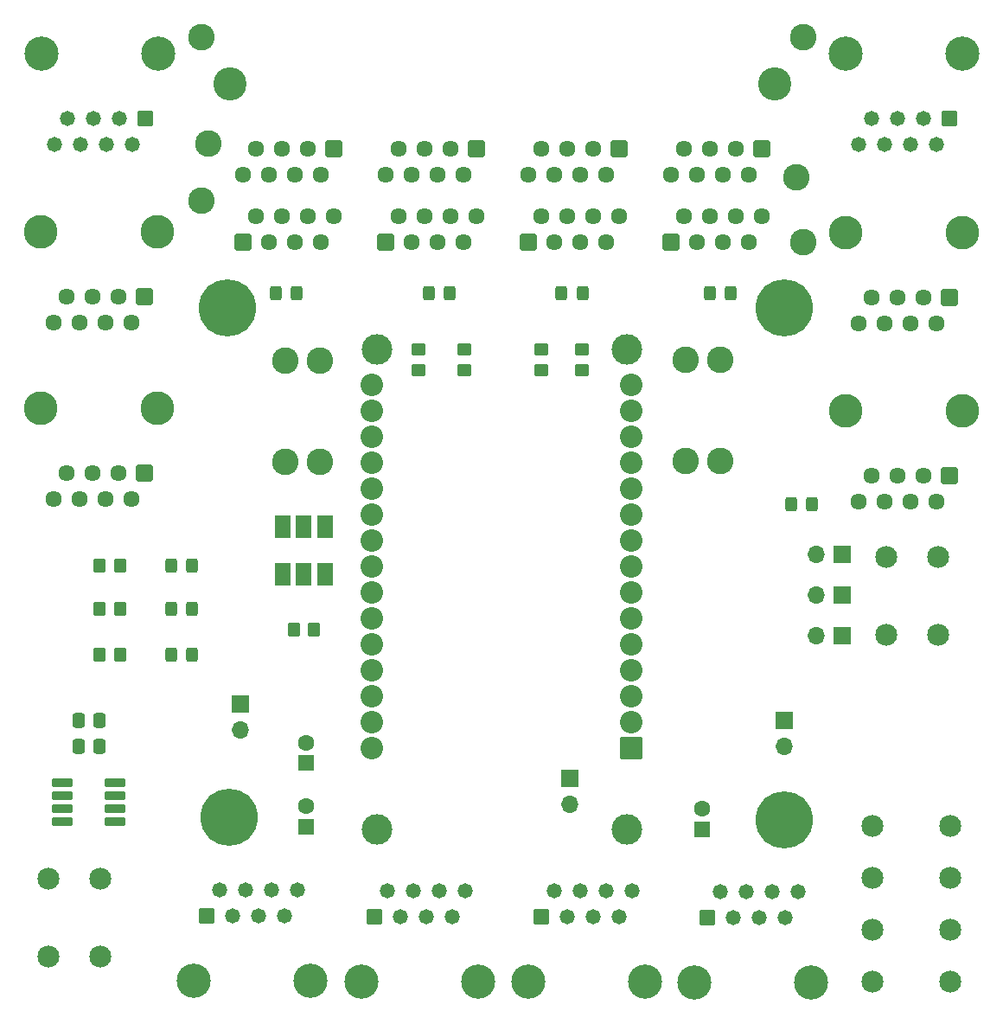
<source format=gts>
%TF.GenerationSoftware,KiCad,Pcbnew,8.0.1-8.0.1-1~ubuntu22.04.1*%
%TF.CreationDate,2024-04-16T20:31:25-04:00*%
%TF.ProjectId,pdb,7064622e-6b69-4636-9164-5f7063625858,rev?*%
%TF.SameCoordinates,Original*%
%TF.FileFunction,Soldermask,Top*%
%TF.FilePolarity,Negative*%
%FSLAX46Y46*%
G04 Gerber Fmt 4.6, Leading zero omitted, Abs format (unit mm)*
G04 Created by KiCad (PCBNEW 8.0.1-8.0.1-1~ubuntu22.04.1) date 2024-04-16 20:31:25*
%MOMM*%
%LPD*%
G01*
G04 APERTURE LIST*
G04 Aperture macros list*
%AMRoundRect*
0 Rectangle with rounded corners*
0 $1 Rounding radius*
0 $2 $3 $4 $5 $6 $7 $8 $9 X,Y pos of 4 corners*
0 Add a 4 corners polygon primitive as box body*
4,1,4,$2,$3,$4,$5,$6,$7,$8,$9,$2,$3,0*
0 Add four circle primitives for the rounded corners*
1,1,$1+$1,$2,$3*
1,1,$1+$1,$4,$5*
1,1,$1+$1,$6,$7*
1,1,$1+$1,$8,$9*
0 Add four rect primitives between the rounded corners*
20,1,$1+$1,$2,$3,$4,$5,0*
20,1,$1+$1,$4,$5,$6,$7,0*
20,1,$1+$1,$6,$7,$8,$9,0*
20,1,$1+$1,$8,$9,$2,$3,0*%
G04 Aperture macros list end*
%ADD10C,3.350000*%
%ADD11RoundRect,0.102000X0.634000X0.634000X-0.634000X0.634000X-0.634000X-0.634000X0.634000X-0.634000X0*%
%ADD12C,1.472000*%
%ADD13C,2.604000*%
%ADD14RoundRect,0.250000X0.325000X0.450000X-0.325000X0.450000X-0.325000X-0.450000X0.325000X-0.450000X0*%
%ADD15RoundRect,0.250000X0.350000X0.450000X-0.350000X0.450000X-0.350000X-0.450000X0.350000X-0.450000X0*%
%ADD16C,3.250000*%
%ADD17RoundRect,0.102000X0.704000X0.704000X-0.704000X0.704000X-0.704000X-0.704000X0.704000X-0.704000X0*%
%ADD18C,1.612000*%
%ADD19R,1.549400X2.260600*%
%ADD20C,3.300000*%
%ADD21R,1.700000X1.700000*%
%ADD22O,1.700000X1.700000*%
%ADD23C,3.600000*%
%ADD24C,5.600000*%
%ADD25C,2.154000*%
%ADD26RoundRect,0.102000X-0.634000X-0.634000X0.634000X-0.634000X0.634000X0.634000X-0.634000X0.634000X0*%
%ADD27R,1.600000X1.600000*%
%ADD28C,1.600000*%
%ADD29RoundRect,0.250000X0.450000X-0.350000X0.450000X0.350000X-0.450000X0.350000X-0.450000X-0.350000X0*%
%ADD30RoundRect,0.055580X-0.921420X-0.341420X0.921420X-0.341420X0.921420X0.341420X-0.921420X0.341420X0*%
%ADD31RoundRect,0.250000X-0.350000X-0.450000X0.350000X-0.450000X0.350000X0.450000X-0.350000X0.450000X0*%
%ADD32C,3.000000*%
%ADD33RoundRect,0.102000X1.000000X1.000000X-1.000000X1.000000X-1.000000X-1.000000X1.000000X-1.000000X0*%
%ADD34C,2.204000*%
%ADD35RoundRect,0.250000X-0.337500X-0.475000X0.337500X-0.475000X0.337500X0.475000X-0.337500X0.475000X0*%
%ADD36RoundRect,0.250000X-0.450000X0.350000X-0.450000X-0.350000X0.450000X-0.350000X0.450000X0.350000X0*%
G04 APERTURE END LIST*
D10*
%TO.C,E_24V_POE_IN_2*%
X114232000Y-23980000D03*
X102800000Y-23980000D03*
D11*
X112961000Y-30330000D03*
D12*
X111691000Y-32870000D03*
X110421000Y-30330000D03*
X109151000Y-32870000D03*
X107881000Y-30330000D03*
X106611000Y-32870000D03*
X105341000Y-30330000D03*
X104071000Y-32870000D03*
%TD*%
D13*
%TO.C,F2*%
X51300000Y-54040000D03*
X47900000Y-54040000D03*
X51300000Y-63960000D03*
X47900000Y-63960000D03*
%TD*%
D14*
%TO.C,D5*%
X91525000Y-47500000D03*
X89475000Y-47500000D03*
%TD*%
D15*
%TO.C,R27*%
X31750000Y-74120000D03*
X29750000Y-74120000D03*
%TD*%
D16*
%TO.C,U10*%
X95870000Y-27000000D03*
X42530000Y-27000000D03*
D17*
X94600000Y-33350000D03*
X85710000Y-42460000D03*
D18*
X93330000Y-35890000D03*
X86980000Y-39920000D03*
X92060000Y-33350000D03*
X88250000Y-42460000D03*
X90790000Y-35890000D03*
X89520000Y-39920000D03*
X89520000Y-33350000D03*
X90790000Y-42460000D03*
X88250000Y-35890000D03*
X92060000Y-39920000D03*
X86980000Y-33350000D03*
X93330000Y-42460000D03*
X85710000Y-35890000D03*
X94600000Y-39920000D03*
D17*
X80630000Y-33350000D03*
X71740000Y-42460000D03*
D18*
X79360000Y-35890000D03*
X73010000Y-39920000D03*
X78090000Y-33350000D03*
X74280000Y-42460000D03*
X76820000Y-35890000D03*
X75550000Y-39920000D03*
X75550000Y-33350000D03*
X76820000Y-42460000D03*
X74280000Y-35890000D03*
X78090000Y-39920000D03*
X73010000Y-33350000D03*
X79360000Y-42460000D03*
X71740000Y-35890000D03*
X80630000Y-39920000D03*
D17*
X66660000Y-33350000D03*
X57770000Y-42460000D03*
D18*
X65390000Y-35890000D03*
X59040000Y-39920000D03*
X64120000Y-33350000D03*
X60310000Y-42460000D03*
X62850000Y-35890000D03*
X61580000Y-39920000D03*
X61580000Y-33350000D03*
X62850000Y-42460000D03*
X60310000Y-35890000D03*
X64120000Y-39920000D03*
X59040000Y-33350000D03*
X65390000Y-42460000D03*
X57770000Y-35890000D03*
X66660000Y-39920000D03*
D17*
X52690000Y-33350000D03*
X43800000Y-42460000D03*
D18*
X51420000Y-35890000D03*
X45070000Y-39920000D03*
X50150000Y-33350000D03*
X46340000Y-42460000D03*
X48880000Y-35890000D03*
X47610000Y-39920000D03*
X47610000Y-33350000D03*
X48880000Y-42460000D03*
X46340000Y-35890000D03*
X50150000Y-39920000D03*
X45070000Y-33350000D03*
X51420000Y-42460000D03*
X43800000Y-35890000D03*
X52690000Y-39920000D03*
D13*
X98660000Y-42460000D03*
X98660000Y-22430000D03*
X97995000Y-36150000D03*
X40405000Y-32850000D03*
X39740000Y-38400000D03*
X39740000Y-22430000D03*
%TD*%
D14*
%TO.C,D7*%
X64025000Y-47500000D03*
X61975000Y-47500000D03*
%TD*%
D19*
%TO.C,D4*%
X47650002Y-74944100D03*
X49750000Y-74944100D03*
X51850001Y-74944100D03*
X51849998Y-70295900D03*
X49750000Y-70295900D03*
X47649999Y-70295900D03*
%TD*%
D20*
%TO.C,E_12V_1*%
X114215000Y-59000000D03*
X102785000Y-59000000D03*
D17*
X112945000Y-65350000D03*
D18*
X111675000Y-67890000D03*
X110405000Y-65350000D03*
X109135000Y-67890000D03*
X107865000Y-65350000D03*
X106595000Y-67890000D03*
X105325000Y-65350000D03*
X104055000Y-67890000D03*
%TD*%
D21*
%TO.C,JP2*%
X102460000Y-77000000D03*
D22*
X99920000Y-77000000D03*
%TD*%
D23*
%TO.C,H1*%
X42300000Y-48900000D03*
D24*
X42300000Y-48900000D03*
%TD*%
D20*
%TO.C,E_24V_POE_OUT_1*%
X35427500Y-41430000D03*
X23997500Y-41430000D03*
D17*
X34157500Y-47780000D03*
D18*
X32887500Y-50320000D03*
X31617500Y-47780000D03*
X30347500Y-50320000D03*
X29077500Y-47780000D03*
X27807500Y-50320000D03*
X26537500Y-47780000D03*
X25267500Y-50320000D03*
%TD*%
D15*
%TO.C,R26*%
X31750000Y-78370000D03*
X29750000Y-78370000D03*
%TD*%
D25*
%TO.C,J3*%
X24712500Y-104767500D03*
X24712500Y-112387500D03*
X29792500Y-104767500D03*
X29792500Y-112387500D03*
%TD*%
D10*
%TO.C,E_5V_2*%
X88009000Y-114950000D03*
X99441000Y-114950000D03*
D26*
X89280000Y-108600000D03*
D12*
X90550000Y-106060000D03*
X91820000Y-108600000D03*
X93090000Y-106060000D03*
X94360000Y-108600000D03*
X95630000Y-106060000D03*
X96900000Y-108600000D03*
X98170000Y-106060000D03*
%TD*%
D27*
%TO.C,C7*%
X88750000Y-99960000D03*
D28*
X88750000Y-97960000D03*
%TD*%
D10*
%TO.C,E_12V_2*%
X35500000Y-24000000D03*
X24068000Y-24000000D03*
D11*
X34229000Y-30350000D03*
D12*
X32959000Y-32890000D03*
X31689000Y-30350000D03*
X30419000Y-32890000D03*
X29149000Y-30350000D03*
X27879000Y-32890000D03*
X26609000Y-30350000D03*
X25339000Y-32890000D03*
%TD*%
D29*
%TO.C,R16*%
X77000000Y-55000000D03*
X77000000Y-53000000D03*
%TD*%
D27*
%TO.C,C8*%
X50000000Y-93460000D03*
D28*
X50000000Y-91460000D03*
%TD*%
D14*
%TO.C,D2*%
X38775000Y-78370000D03*
X36725000Y-78370000D03*
%TD*%
%TO.C,D6*%
X77025000Y-47500000D03*
X74975000Y-47500000D03*
%TD*%
%TO.C,D8*%
X49025000Y-47500000D03*
X46975000Y-47500000D03*
%TD*%
%TO.C,D10*%
X99525000Y-68120000D03*
X97475000Y-68120000D03*
%TD*%
D21*
%TO.C,JP6*%
X43500000Y-87725000D03*
D22*
X43500000Y-90265000D03*
%TD*%
D30*
%TO.C,U3*%
X26120000Y-95430000D03*
X26120000Y-96700000D03*
X26120000Y-97970000D03*
X26120000Y-99240000D03*
X31290000Y-99240000D03*
X31290000Y-97970000D03*
X31290000Y-96700000D03*
X31290000Y-95430000D03*
%TD*%
D31*
%TO.C,R28*%
X48750000Y-80370000D03*
X50750000Y-80370000D03*
%TD*%
D21*
%TO.C,JP1*%
X102460000Y-81000000D03*
D22*
X99920000Y-81000000D03*
%TD*%
D21*
%TO.C,JP3*%
X102500000Y-73000000D03*
D22*
X99960000Y-73000000D03*
%TD*%
D25*
%TO.C,J1*%
X105417500Y-114837500D03*
X113037500Y-114837500D03*
X105417500Y-109757500D03*
X113037500Y-109757500D03*
X105417500Y-104677500D03*
X113037500Y-104677500D03*
X105417500Y-99597500D03*
X113037500Y-99597500D03*
%TD*%
D32*
%TO.C,U2*%
X81380000Y-99960000D03*
X81380000Y-53010000D03*
X56870000Y-99960000D03*
X56870000Y-53010000D03*
D33*
X81800000Y-92000000D03*
D34*
X81800000Y-89460000D03*
X56400000Y-89460000D03*
X81800000Y-86920000D03*
X81800000Y-84380000D03*
X81800000Y-81840000D03*
X81800000Y-79300000D03*
X81800000Y-76760000D03*
X81800000Y-74220000D03*
X81800000Y-71680000D03*
X81800000Y-69140000D03*
X81800000Y-66600000D03*
X81800000Y-64060000D03*
X81800000Y-61520000D03*
X81800000Y-58980000D03*
X81800000Y-56440000D03*
X56400000Y-56440000D03*
X56400000Y-58980000D03*
X56400000Y-61520000D03*
X56400000Y-64060000D03*
X56400000Y-66600000D03*
X56400000Y-69140000D03*
X56400000Y-71680000D03*
X56400000Y-74220000D03*
X56400000Y-76760000D03*
X56400000Y-79300000D03*
X56400000Y-81840000D03*
X56400000Y-84380000D03*
X56400000Y-86920000D03*
X56400000Y-92000000D03*
%TD*%
D10*
%TO.C,E_5V_4*%
X55388000Y-114850000D03*
X66820000Y-114850000D03*
D26*
X56659000Y-108500000D03*
D12*
X57929000Y-105960000D03*
X59199000Y-108500000D03*
X60469000Y-105960000D03*
X61739000Y-108500000D03*
X63009000Y-105960000D03*
X64279000Y-108500000D03*
X65549000Y-105960000D03*
%TD*%
D35*
%TO.C,C6*%
X27667500Y-91835000D03*
X29742500Y-91835000D03*
%TD*%
D36*
%TO.C,R19*%
X61000000Y-53000000D03*
X61000000Y-55000000D03*
%TD*%
%TO.C,R17*%
X73000000Y-53000000D03*
X73000000Y-55000000D03*
%TD*%
D10*
%TO.C,E_5V_3*%
X71709000Y-114850000D03*
X83141000Y-114850000D03*
D26*
X72980000Y-108500000D03*
D12*
X74250000Y-105960000D03*
X75520000Y-108500000D03*
X76790000Y-105960000D03*
X78060000Y-108500000D03*
X79330000Y-105960000D03*
X80600000Y-108500000D03*
X81870000Y-105960000D03*
%TD*%
D23*
%TO.C,H4*%
X42400000Y-98800000D03*
D24*
X42400000Y-98800000D03*
%TD*%
D20*
%TO.C,E_24V_POE_IN_1*%
X35415000Y-58700000D03*
X23985000Y-58700000D03*
D17*
X34145000Y-65050000D03*
D18*
X32875000Y-67590000D03*
X31605000Y-65050000D03*
X30335000Y-67590000D03*
X29065000Y-65050000D03*
X27795000Y-67590000D03*
X26525000Y-65050000D03*
X25255000Y-67590000D03*
%TD*%
D35*
%TO.C,C5*%
X27667500Y-89335000D03*
X29742500Y-89335000D03*
%TD*%
D15*
%TO.C,R7*%
X31750000Y-82870000D03*
X29750000Y-82870000D03*
%TD*%
D27*
%TO.C,C9*%
X50000000Y-99710000D03*
D28*
X50000000Y-97710000D03*
%TD*%
D23*
%TO.C,H3*%
X96800000Y-99000000D03*
D24*
X96800000Y-99000000D03*
%TD*%
D14*
%TO.C,D3*%
X38775000Y-74120000D03*
X36725000Y-74120000D03*
%TD*%
D21*
%TO.C,JP4*%
X96830000Y-89290000D03*
D22*
X96830000Y-91830000D03*
%TD*%
D25*
%TO.C,J2*%
X106762500Y-73317500D03*
X106762500Y-80937500D03*
X111842500Y-73317500D03*
X111842500Y-80937500D03*
%TD*%
D10*
%TO.C,E_5V_1*%
X38978000Y-114800000D03*
X50410000Y-114800000D03*
D26*
X40249000Y-108450000D03*
D12*
X41519000Y-105910000D03*
X42789000Y-108450000D03*
X44059000Y-105910000D03*
X45329000Y-108450000D03*
X46599000Y-105910000D03*
X47869000Y-108450000D03*
X49139000Y-105910000D03*
%TD*%
D23*
%TO.C,H2*%
X96800000Y-48900000D03*
D24*
X96800000Y-48900000D03*
%TD*%
D21*
%TO.C,JP5*%
X75750000Y-94935000D03*
D22*
X75750000Y-97475000D03*
%TD*%
D14*
%TO.C,D1*%
X38775000Y-82870000D03*
X36725000Y-82870000D03*
%TD*%
D36*
%TO.C,R18*%
X65500000Y-53000000D03*
X65500000Y-55000000D03*
%TD*%
D13*
%TO.C,F1*%
X87100000Y-63910000D03*
X90500000Y-63910000D03*
X87100000Y-53990000D03*
X90500000Y-53990000D03*
%TD*%
D20*
%TO.C,E_24V_POE_OUT_2*%
X114215000Y-41530000D03*
X102785000Y-41530000D03*
D17*
X112945000Y-47880000D03*
D18*
X111675000Y-50420000D03*
X110405000Y-47880000D03*
X109135000Y-50420000D03*
X107865000Y-47880000D03*
X106595000Y-50420000D03*
X105325000Y-47880000D03*
X104055000Y-50420000D03*
%TD*%
M02*

</source>
